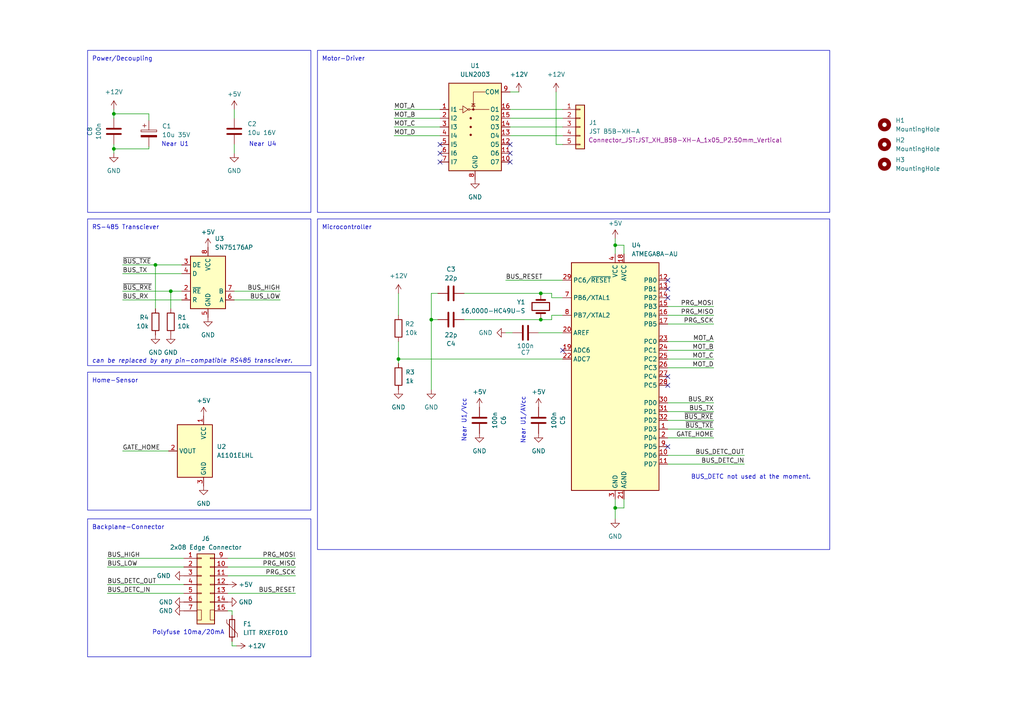
<source format=kicad_sch>
(kicad_sch (version 20231120) (generator "eeschema") (generator_version "8.0")
  (paper "A4")
  (title_block (title "Split-Flap Module Controller ") (date "2025-01-10") (rev "1") (company "Dennis Gunia www.dennisgunia.de") (comment 1 "Rev1 replaced U1 with dip variant"))
  (lib_symbols
    (symbol "Connector_Generic:Conn_01x05" (pin_names (offset 1.016) hide)
      (property "Reference" "J" (at 0 7.62 0))
      (property "Value" "Conn_01x05" (at 0 -7.62 0))
      (symbol "Conn_01x05_1_1"
        (rectangle (start -1.27 -4.953) (end 0 -5.207) (stroke (width 0.1524)))
        (rectangle (start -1.27 -2.413) (end 0 -2.667) (stroke (width 0.1524)))
        (rectangle (start -1.27 0.127) (end 0 -0.127) (stroke (width 0.1524)))
        (rectangle (start -1.27 2.667) (end 0 2.413) (stroke (width 0.1524)))
        (rectangle (start -1.27 5.207) (end 0 4.953) (stroke (width 0.1524)))
        (rectangle (start -1.27 6.35) (end 1.27 -6.35) (stroke (width 0.254)) (fill (type background)))
        (pin passive line (at -5.08 5.08 0) (length 3.81) (name "Pin_1") (number "1"))
        (pin passive line (at -5.08 2.54 0) (length 3.81) (name "Pin_2") (number "2"))
        (pin passive line (at -5.08 0 0) (length 3.81) (name "Pin_3") (number "3"))
        (pin passive line (at -5.08 -2.54 0) (length 3.81) (name "Pin_4") (number "4"))
        (pin passive line (at -5.08 -5.08 0) (length 3.81) (name "Pin_5") (number "5"))
      )
    )
    (symbol "Connector_Generic:Conn_02x08_Top_Bottom" (pin_names (offset 1.016) hide)
      (property "Reference" "J6" (at 1.27 13.335 0))
      (property "Value" "2x08 Edge Connector" (at 1.27 10.795 0))
      (symbol "Conn_02x08_Top_Bottom_1_1"
        (rectangle (start -1.27 -7.366) (end 0 -10.287) (stroke (width 0.1524)))
        (rectangle (start -1.27 -4.953) (end 0 -5.207) (stroke (width 0.1524)))
        (rectangle (start -1.27 -2.413) (end 0 -2.667) (stroke (width 0.1524)))
        (rectangle (start -1.27 0.127) (end 0 -0.127) (stroke (width 0.1524)))
        (rectangle (start -1.27 2.667) (end 0 2.413) (stroke (width 0.1524)))
        (rectangle (start -1.27 5.207) (end 0 4.953) (stroke (width 0.1524)))
        (rectangle (start -1.27 7.747) (end 0 7.493) (stroke (width 0.1524)))
        (rectangle (start -1.27 8.89) (end 3.81 -11.43) (stroke (width 0.254)) (fill (type background)))
        (rectangle (start 2.54 -7.366) (end 3.81 -10.287) (stroke (width 0.1524)))
        (rectangle (start 3.81 -4.953) (end 2.54 -5.207) (stroke (width 0.1524)))
        (rectangle (start 3.81 -2.413) (end 2.54 -2.667) (stroke (width 0.1524)))
        (rectangle (start 3.81 0.127) (end 2.54 -0.127) (stroke (width 0.1524)))
        (rectangle (start 3.81 2.667) (end 2.54 2.413) (stroke (width 0.1524)))
        (rectangle (start 3.81 5.207) (end 2.54 4.953) (stroke (width 0.1524)))
        (rectangle (start 3.81 7.747) (end 2.54 7.493) (stroke (width 0.1524)))
        (pin passive line (at -5.08 7.62 0) (length 3.81) (name "Pin_1") (number "1"))
        (pin passive line (at 7.62 5.08 180) (length 3.81) (name "Pin_10") (number "10"))
        (pin passive line (at 7.62 2.54 180) (length 3.81) (name "Pin_11") (number "11"))
        (pin passive line (at 7.62 0 180) (length 3.81) (name "Pin_12") (number "12"))
        (pin passive line (at 7.62 -2.54 180) (length 3.81) (name "Pin_13") (number "13"))
        (pin passive line (at 7.62 -5.08 180) (length 3.81) (name "Pin_14") (number "14"))
        (pin passive line (at 7.62 -7.62 180) (length 3.81) (name "Pin_15") (number "15"))
        (pin no_connect line (at 7.62 -10.16 180) (length 3.81) hide (name "Pin_16") (number "16"))
        (pin passive line (at -5.08 5.08 0) (length 3.81) (name "Pin_2") (number "2"))
        (pin passive line (at -5.08 2.54 0) (length 3.81) (name "Pin_3") (number "3"))
        (pin passive line (at -5.08 0 0) (length 3.81) (name "Pin_4") (number "4"))
        (pin passive line (at -5.08 -2.54 0) (length 3.81) (name "Pin_5") (number "5"))
        (pin passive line (at -5.08 -5.08 0) (length 3.81) (name "Pin_6") (number "6"))
        (pin passive line (at -5.08 -7.62 0) (length 3.81) (name "Pin_7") (number "7"))
        (pin no_connect line (at -5.08 -10.16 0) (length 3.81) hide (name "Pin_8") (number "8"))
        (pin passive line (at 7.62 7.62 180) (length 3.81) (name "Pin_9") (number "9"))
      )
    )
    (symbol "Device:C" (pin_numbers hide) (pin_names (offset 0.254))
      (property "Reference" "C" (at 0.635 2.54 0))
      (property "Value" "C" (at 0.635 -2.54 0))
      (symbol "C_0_1"
        (polyline (pts (xy -2.032 -0.762) (xy 2.032 -0.762)) (stroke (width 0.508)))
        (polyline (pts (xy -2.032 0.762) (xy 2.032 0.762)) (stroke (width 0.508)))
      )
      (symbol "C_1_1"
        (pin passive line (at 0 3.81 270) (length 2.794) (name "~") (number "1"))
        (pin passive line (at 0 -3.81 90) (length 2.794) (name "~") (number "2"))
      )
    )
    (symbol "Device:C_Polarized" (pin_numbers hide) (pin_names (offset 0.254))
      (property "Reference" "C" (at 0.635 2.54 0))
      (property "Value" "C_Polarized" (at 0.635 -2.54 0))
      (symbol "C_Polarized_0_1"
        (rectangle (start -2.286 0.508) (end 2.286 1.016))
        (polyline (pts (xy -1.778 2.286) (xy -0.762 2.286)))
        (polyline (pts (xy -1.27 2.794) (xy -1.27 1.778)))
        (rectangle (start 2.286 -0.508) (end -2.286 -1.016) (fill (type outline)))
      )
      (symbol "C_Polarized_1_1"
        (pin passive line (at 0 3.81 270) (length 2.794) (name "~") (number "1"))
        (pin passive line (at 0 -3.81 90) (length 2.794) (name "~") (number "2"))
      )
    )
    (symbol "Device:Crystal" (pin_numbers hide) (pin_names (offset 1.016) hide)
      (property "Reference" "Y" (at 0 3.81 0))
      (property "Value" "Crystal" (at 0 -3.81 0))
      (symbol "Crystal_0_1"
        (rectangle (start -1.143 2.54) (end 1.143 -2.54) (stroke (width 0.3048)))
        (polyline (pts (xy -2.54 0) (xy -1.905 0)))
        (polyline (pts (xy -1.905 -1.27) (xy -1.905 1.27)) (stroke (width 0.508)))
        (polyline (pts (xy 1.905 -1.27) (xy 1.905 1.27)) (stroke (width 0.508)))
        (polyline (pts (xy 2.54 0) (xy 1.905 0)))
      )
      (symbol "Crystal_1_1"
        (pin passive line (at -3.81 0 0) (length 1.27) (name "1") (number "1"))
        (pin passive line (at 3.81 0 180) (length 1.27) (name "2") (number "2"))
      )
    )
    (symbol "Device:Polyfuse" (pin_numbers hide) (pin_names (offset 0))
      (property "Reference" "F" (at -2.54 0 90))
      (property "Value" "Polyfuse" (at 2.54 0 90))
      (symbol "Polyfuse_0_1"
        (rectangle (start -0.762 2.54) (end 0.762 -2.54) (stroke (width 0.254)))
        (polyline (pts (xy 0 2.54) (xy 0 -2.54)))
        (polyline (pts (xy -1.524 2.54) (xy -1.524 1.524) (xy 1.524 -1.524) (xy 1.524 -2.54)))
      )
      (symbol "Polyfuse_1_1"
        (pin passive line (at 0 3.81 270) (length 1.27) (name "~") (number "1"))
        (pin passive line (at 0 -3.81 90) (length 1.27) (name "~") (number "2"))
      )
    )
    (symbol "Device:R" (pin_numbers hide) (pin_names (offset 0))
      (property "Reference" "R" (at 2.032 0 90))
      (property "Value" "R" (at 0 0 90))
      (symbol "R_0_1"
        (rectangle (start -1.016 -2.54) (end 1.016 2.54) (stroke (width 0.254)))
      )
      (symbol "R_1_1"
        (pin passive line (at 0 3.81 270) (length 1.27) (name "~") (number "1"))
        (pin passive line (at 0 -3.81 90) (length 1.27) (name "~") (number "2"))
      )
    )
    (symbol "Interface_UART:SN75176AP"
      (property "Reference" "U" (at -4.318 8.89 0))
      (property "Value" "SN75176AP" (at 1.016 8.89 0))
      (symbol "SN75176AP_0_1"
        (rectangle (start -5.08 7.62) (end 5.08 -7.62) (stroke (width 0.254)) (fill (type background)))
      )
      (symbol "SN75176AP_1_1"
        (pin output line (at -7.62 -5.08 0) (length 2.54) (name "R") (number "1"))
        (pin input line (at -7.62 -2.54 0) (length 2.54) (name "~{RE}") (number "2"))
        (pin input line (at -7.62 5.08 0) (length 2.54) (name "DE") (number "3"))
        (pin input line (at -7.62 2.54 0) (length 2.54) (name "D") (number "4"))
        (pin power_in line (at 0 -10.16 90) (length 2.54) (name "GND") (number "5"))
        (pin bidirectional line (at 7.62 -5.08 180) (length 2.54) (name "A") (number "6"))
        (pin bidirectional line (at 7.62 -2.54 180) (length 2.54) (name "B") (number "7"))
        (pin power_in line (at 0 10.16 270) (length 2.54) (name "VCC") (number "8"))
      )
    )
    (symbol "MCU_Microchip_ATmega:ATmega8A-A"
      (property "Reference" "U" (at -12.7 34.29 0))
      (property "Value" "ATmega8A-A" (at 5.08 -34.29 0))
      (symbol "ATmega8A-A_0_1"
        (rectangle (start -12.7 -33.02) (end 12.7 33.02) (stroke (width 0.254)) (fill (type background)))
      )
      (symbol "ATmega8A-A_1_1"
        (pin bidirectional line (at 15.24 -15.24 180) (length 2.54) (name "PD3") (number "1"))
        (pin bidirectional line (at 15.24 -22.86 180) (length 2.54) (name "PD6") (number "10"))
        (pin bidirectional line (at 15.24 -25.4 180) (length 2.54) (name "PD7") (number "11"))
        (pin bidirectional line (at 15.24 27.94 180) (length 2.54) (name "PB0") (number "12"))
        (pin bidirectional line (at 15.24 25.4 180) (length 2.54) (name "PB1") (number "13"))
        (pin bidirectional line (at 15.24 22.86 180) (length 2.54) (name "PB2") (number "14"))
        (pin bidirectional line (at 15.24 20.32 180) (length 2.54) (name "PB3") (number "15"))
        (pin bidirectional line (at 15.24 17.78 180) (length 2.54) (name "PB4") (number "16"))
        (pin bidirectional line (at 15.24 15.24 180) (length 2.54) (name "PB5") (number "17"))
        (pin power_in line (at 2.54 35.56 270) (length 2.54) (name "AVCC") (number "18"))
        (pin input line (at -15.24 7.62 0) (length 2.54) (name "ADC6") (number "19"))
        (pin bidirectional line (at 15.24 -17.78 180) (length 2.54) (name "PD4") (number "2"))
        (pin passive line (at -15.24 12.7 0) (length 2.54) (name "AREF") (number "20"))
        (pin power_in line (at 2.54 -35.56 90) (length 2.54) (name "AGND") (number "21"))
        (pin input line (at -15.24 5.08 0) (length 2.54) (name "ADC7") (number "22"))
        (pin bidirectional line (at 15.24 10.16 180) (length 2.54) (name "PC0") (number "23"))
        (pin bidirectional line (at 15.24 7.62 180) (length 2.54) (name "PC1") (number "24"))
        (pin bidirectional line (at 15.24 5.08 180) (length 2.54) (name "PC2") (number "25"))
        (pin bidirectional line (at 15.24 2.54 180) (length 2.54) (name "PC3") (number "26"))
        (pin bidirectional line (at 15.24 0 180) (length 2.54) (name "PC4") (number "27"))
        (pin bidirectional line (at 15.24 -2.54 180) (length 2.54) (name "PC5") (number "28"))
        (pin bidirectional line (at -15.24 27.94 0) (length 2.54) (name "PC6/~{RESET}") (number "29"))
        (pin power_in line (at 0 -35.56 90) (length 2.54) (name "GND") (number "3"))
        (pin bidirectional line (at 15.24 -7.62 180) (length 2.54) (name "PD0") (number "30"))
        (pin bidirectional line (at 15.24 -10.16 180) (length 2.54) (name "PD1") (number "31"))
        (pin bidirectional line (at 15.24 -12.7 180) (length 2.54) (name "PD2") (number "32"))
        (pin power_in line (at 0 35.56 270) (length 2.54) (name "VCC") (number "4"))
        (pin passive line (at 0 -35.56 90) (length 2.54) hide (name "GND") (number "5"))
        (pin passive line (at 0 35.56 270) (length 2.54) hide (name "VCC") (number "6"))
        (pin bidirectional line (at -15.24 22.86 0) (length 2.54) (name "PB6/XTAL1") (number "7"))
        (pin bidirectional line (at -15.24 17.78 0) (length 2.54) (name "PB7/XTAL2") (number "8"))
        (pin bidirectional line (at 15.24 -20.32 180) (length 2.54) (name "PD5") (number "9"))
      )
    )
    (symbol "Mechanical:MountingHole" (pin_names (offset 1.016))
      (property "Reference" "H" (at 0 5.08 0))
      (property "Value" "MountingHole" (at 0 3.175 0))
      (symbol "MountingHole_0_1"
        (circle (center 0 0) (radius 1.27) (stroke (width 1.27)))
      )
    )
    (symbol "Sensor_Magnetic:A1101ELHL"
      (property "Reference" "U" (at 0 11.43 0))
      (property "Value" "A1101ELHL" (at 0 8.89 0))
      (symbol "A1101ELHL_0_1"
        (rectangle (start -5.08 7.62) (end 5.08 -7.62) (stroke (width 0.254)) (fill (type background)))
      )
      (symbol "A1101ELHL_1_1"
        (pin power_in line (at -2.54 10.16 270) (length 2.54) (name "VCC") (number "1"))
        (pin open_collector line (at 7.62 0 180) (length 2.54) (name "VOUT") (number "2"))
        (pin power_in line (at -2.54 -10.16 90) (length 2.54) (name "GND") (number "3"))
      )
    )
    (symbol "Transistor_Array:ULN2003"
      (property "Reference" "U" (at 0 15.875 0))
      (property "Value" "ULN2003" (at 0 13.97 0))
      (symbol "ULN2003_0_1"
        (rectangle (start -7.62 -12.7) (end 7.62 12.7) (stroke (width 0.254)) (fill (type background)))
        (circle (center -1.778 5.08) (radius 0.254))
        (circle (center -1.27 -2.286) (radius 0.254) (fill (type outline)))
        (circle (center -1.27 0) (radius 0.254) (fill (type outline)))
        (circle (center -1.27 2.54) (radius 0.254) (fill (type outline)))
        (circle (center -0.508 5.08) (radius 0.254) (fill (type outline)))
        (polyline (pts (xy -4.572 5.08) (xy -3.556 5.08)))
        (polyline (pts (xy -1.524 5.08) (xy 4.064 5.08)))
        (polyline (pts (xy 0 6.731) (xy -1.016 6.731)))
        (polyline (pts (xy -0.508 5.08) (xy -0.508 10.16) (xy 2.921 10.16)))
        (polyline (pts (xy -3.556 6.096) (xy -3.556 4.064) (xy -2.032 5.08) (xy -3.556 6.096)))
        (polyline (pts (xy 0 5.969) (xy -1.016 5.969) (xy -0.508 6.731) (xy 0 5.969)))
      )
      (symbol "ULN2003_1_1"
        (pin input line (at -10.16 5.08 0) (length 2.54) (name "I1") (number "1"))
        (pin open_collector line (at 10.16 -10.16 180) (length 2.54) (name "O7") (number "10"))
        (pin open_collector line (at 10.16 -7.62 180) (length 2.54) (name "O6") (number "11"))
        (pin open_collector line (at 10.16 -5.08 180) (length 2.54) (name "O5") (number "12"))
        (pin open_collector line (at 10.16 -2.54 180) (length 2.54) (name "O4") (number "13"))
        (pin open_collector line (at 10.16 0 180) (length 2.54) (name "O3") (number "14"))
        (pin open_collector line (at 10.16 2.54 180) (length 2.54) (name "O2") (number "15"))
        (pin open_collector line (at 10.16 5.08 180) (length 2.54) (name "O1") (number "16"))
        (pin input line (at -10.16 2.54 0) (length 2.54) (name "I2") (number "2"))
        (pin input line (at -10.16 0 0) (length 2.54) (name "I3") (number "3"))
        (pin input line (at -10.16 -2.54 0) (length 2.54) (name "I4") (number "4"))
        (pin input line (at -10.16 -5.08 0) (length 2.54) (name "I5") (number "5"))
        (pin input line (at -10.16 -7.62 0) (length 2.54) (name "I6") (number "6"))
        (pin input line (at -10.16 -10.16 0) (length 2.54) (name "I7") (number "7"))
        (pin power_in line (at 0 -15.24 90) (length 2.54) (name "GND") (number "8"))
        (pin passive line (at 10.16 10.16 180) (length 2.54) (name "COM") (number "9"))
      )
    )
    (symbol "power:+12V" (power) (pin_names (offset 0))
      (property "Value" "+12V" (at 0 3.556 0))
      (symbol "+12V_0_1"
        (polyline (pts (xy -0.762 1.27) (xy 0 2.54)))
        (polyline (pts (xy 0 0) (xy 0 2.54)))
        (polyline (pts (xy 0 2.54) (xy 0.762 1.27)))
      )
      (symbol "+12V_1_1"
        (pin power_in line (at 0 0 90) (length 0) hide (name "+12V") (number "1"))
      )
    )
    (symbol "power:+5V" (power) (pin_names (offset 0))
      (property "Value" "+5V" (at 0 3.556 0))
      (symbol "+5V_0_1"
        (polyline (pts (xy -0.762 1.27) (xy 0 2.54)))
        (polyline (pts (xy 0 0) (xy 0 2.54)))
        (polyline (pts (xy 0 2.54) (xy 0.762 1.27)))
      )
      (symbol "+5V_1_1"
        (pin power_in line (at 0 0 90) (length 0) hide (name "+5V") (number "1"))
      )
    )
    (symbol "power:GND" (power) (pin_names (offset 0))
      (property "Value" "GND" (at 0 -3.81 0))
      (symbol "GND_0_1"
        (polyline (pts (xy 0 0) (xy 0 -1.27) (xy 1.27 -1.27) (xy 0 -2.54) (xy -1.27 -1.27) (xy 0 -1.27)))
      )
      (symbol "GND_1_1"
        (pin power_in line (at 0 0 270) (length 0) hide (name "GND") (number "1"))
      )
    )
  )
  (junction (at 45.085 76.835))
  (junction (at 125.095 92.71))
  (junction (at 156.845 92.71))
  (junction (at 33.02 43.18))
  (junction (at 156.845 85.09))
  (junction (at 49.53 84.455))
  (junction (at 115.57 104.14))
  (junction (at 178.435 71.12))
  (junction (at 178.435 147.32))
  (junction (at 33.02 33.02))
  (no_connect (at 163.195 101.6))
  (no_connect (at 193.675 81.28))
  (no_connect (at 147.955 41.91))
  (no_connect (at 193.675 86.36))
  (no_connect (at 147.955 44.45))
  (no_connect (at 193.675 129.54))
  (no_connect (at 193.675 111.76))
  (no_connect (at 193.675 109.22))
  (no_connect (at 127.635 46.99))
  (no_connect (at 127.635 44.45))
  (no_connect (at 127.635 41.91))
  (no_connect (at 147.955 46.99))
  (no_connect (at 193.675 83.82))
  (wire (pts (xy 178.435 147.32) (xy 178.435 144.78)))
  (wire (pts (xy 35.56 84.455) (xy 49.53 84.455)))
  (wire (pts (xy 193.675 106.68) (xy 207.01 106.68)))
  (wire (pts (xy 193.675 91.44) (xy 207.01 91.44)))
  (wire (pts (xy 193.675 88.9) (xy 207.01 88.9)))
  (wire (pts (xy 53.34 172.085) (xy 31.115 172.085)))
  (wire (pts (xy 193.675 134.62) (xy 215.9 134.62)))
  (wire (pts (xy 160.02 86.36) (xy 163.195 86.36)))
  (wire (pts (xy 45.085 89.535) (xy 45.085 76.835)))
  (wire (pts (xy 178.435 147.32) (xy 180.975 147.32)))
  (wire (pts (xy 134.62 85.09) (xy 156.845 85.09)))
  (wire (pts (xy 33.02 41.91) (xy 33.02 43.18)))
  (wire (pts (xy 146.685 81.28) (xy 163.195 81.28)))
  (wire (pts (xy 160.02 92.71) (xy 160.02 91.44)))
  (wire (pts (xy 67.31 187.325) (xy 68.58 187.325)))
  (wire (pts (xy 33.02 34.29) (xy 33.02 33.02)))
  (wire (pts (xy 193.675 93.98) (xy 207.01 93.98)))
  (wire (pts (xy 127.635 36.83) (xy 114.3 36.83)))
  (wire (pts (xy 67.31 177.165) (xy 67.31 178.435)))
  (wire (pts (xy 49.53 84.455) (xy 49.53 89.535)))
  (wire (pts (xy 160.02 91.44) (xy 163.195 91.44)))
  (wire (pts (xy 67.945 84.455) (xy 81.28 84.455)))
  (wire (pts (xy 52.705 86.995) (xy 35.56 86.995)))
  (wire (pts (xy 66.04 177.165) (xy 67.31 177.165)))
  (wire (pts (xy 43.18 42.545) (xy 43.18 43.18)))
  (wire (pts (xy 127.635 34.29) (xy 114.3 34.29)))
  (wire (pts (xy 66.04 172.085) (xy 85.725 172.085)))
  (wire (pts (xy 161.29 41.91) (xy 163.195 41.91)))
  (wire (pts (xy 115.57 105.41) (xy 115.57 104.14)))
  (wire (pts (xy 180.975 71.12) (xy 178.435 71.12)))
  (wire (pts (xy 31.115 164.465) (xy 53.34 164.465)))
  (wire (pts (xy 67.945 31.75) (xy 67.945 34.29)))
  (wire (pts (xy 66.04 164.465) (xy 85.725 164.465)))
  (wire (pts (xy 178.435 71.12) (xy 178.435 73.66)))
  (wire (pts (xy 148.59 96.52) (xy 146.685 96.52)))
  (wire (pts (xy 147.955 39.37) (xy 163.195 39.37)))
  (wire (pts (xy 67.31 186.055) (xy 67.31 187.325)))
  (wire (pts (xy 115.57 85.09) (xy 115.57 91.44)))
  (wire (pts (xy 180.975 73.66) (xy 180.975 71.12)))
  (wire (pts (xy 147.955 26.67) (xy 150.495 26.67)))
  (wire (pts (xy 115.57 104.14) (xy 115.57 99.06)))
  (wire (pts (xy 156.845 85.09) (xy 160.02 85.09)))
  (wire (pts (xy 43.18 33.02) (xy 33.02 33.02)))
  (wire (pts (xy 134.62 92.71) (xy 156.845 92.71)))
  (wire (pts (xy 127 85.09) (xy 125.095 85.09)))
  (wire (pts (xy 35.56 76.835) (xy 45.085 76.835)))
  (wire (pts (xy 178.435 150.495) (xy 178.435 147.32)))
  (wire (pts (xy 193.675 101.6) (xy 207.01 101.6)))
  (wire (pts (xy 125.095 85.09) (xy 125.095 92.71)))
  (wire (pts (xy 193.675 116.84) (xy 207.01 116.84)))
  (wire (pts (xy 127.635 39.37) (xy 114.3 39.37)))
  (wire (pts (xy 33.02 43.18) (xy 33.02 44.45)))
  (wire (pts (xy 53.34 169.545) (xy 31.115 169.545)))
  (wire (pts (xy 33.02 43.18) (xy 43.18 43.18)))
  (wire (pts (xy 147.955 34.29) (xy 163.195 34.29)))
  (wire (pts (xy 193.675 104.14) (xy 207.01 104.14)))
  (wire (pts (xy 66.04 161.925) (xy 85.725 161.925)))
  (wire (pts (xy 43.18 34.925) (xy 43.18 33.02)))
  (wire (pts (xy 193.675 119.38) (xy 207.01 119.38)))
  (wire (pts (xy 156.21 96.52) (xy 163.195 96.52)))
  (wire (pts (xy 180.975 144.78) (xy 180.975 147.32)))
  (wire (pts (xy 66.04 167.005) (xy 85.725 167.005)))
  (wire (pts (xy 115.57 104.14) (xy 163.195 104.14)))
  (wire (pts (xy 52.705 79.375) (xy 35.56 79.375)))
  (wire (pts (xy 67.945 86.995) (xy 81.28 86.995)))
  (wire (pts (xy 127.635 31.75) (xy 114.3 31.75)))
  (wire (pts (xy 67.945 41.91) (xy 67.945 44.45)))
  (wire (pts (xy 193.675 124.46) (xy 207.01 124.46)))
  (wire (pts (xy 125.095 92.71) (xy 125.095 113.03)))
  (wire (pts (xy 193.675 99.06) (xy 207.01 99.06)))
  (wire (pts (xy 161.29 26.67) (xy 161.29 41.91)))
  (wire (pts (xy 160.02 85.09) (xy 160.02 86.36)))
  (wire (pts (xy 52.705 84.455) (xy 49.53 84.455)))
  (wire (pts (xy 33.02 31.75) (xy 33.02 33.02)))
  (wire (pts (xy 156.845 92.71) (xy 160.02 92.71)))
  (wire (pts (xy 178.435 69.215) (xy 178.435 71.12)))
  (wire (pts (xy 193.675 132.08) (xy 215.9 132.08)))
  (wire (pts (xy 45.085 76.835) (xy 52.705 76.835)))
  (wire (pts (xy 53.34 161.925) (xy 31.115 161.925)))
  (wire (pts (xy 193.675 121.92) (xy 207.01 121.92)))
  (wire (pts (xy 147.955 31.75) (xy 163.195 31.75)))
  (wire (pts (xy 147.955 36.83) (xy 163.195 36.83)))
  (wire (pts (xy 127 92.71) (xy 125.095 92.71)))
  (wire (pts (xy 48.895 130.81) (xy 35.56 130.81)))
  (wire (pts (xy 193.675 127) (xy 207.01 127)))
  (rectangle (start 92.075 14.605) (end 240.665 61.595))
  (rectangle (start 25.4 107.95) (end 90.17 147.955))
  (rectangle (start 25.4 63.5) (end 90.17 106.045))
  (rectangle (start 92.075 63.5) (end 240.665 159.385))
  (rectangle (start 25.4 150.495) (end 90.17 190.5))
  (rectangle (start 25.4 14.605) (end 90.17 61.595))
  (text "Motor-Driver\n" (at 93.345 17.145 0) (effects (font (size 1.27 1.27)) (justify left)))
  (text "RS-485 Transciever" (at 26.67 66.04 0) (effects (font (size 1.27 1.27)) (justify left)))
  (text "Power/Decoupling\n" (at 26.67 17.145 0) (effects (font (size 1.27 1.27)) (justify left)))
  (text "Polyfuse 10ma/20mA" (at 54.61 183.515 0) (effects (font (size 1.27 1.27))))
  (text "Home-Sensor" (at 26.67 110.49 0) (effects (font (size 1.27 1.27)) (justify left)))
  (text "Backplane-Connector" (at 26.67 153.035 0) (effects (font (size 1.27 1.27)) (justify left)))
  (text "BUS_DETC not used at the moment." (at 217.805 138.43 0) (effects (font (size 1.27 1.27))))
  (text "Near U1\n" (at 50.8 41.91 0) (effects (font (size 1.27 1.27))))
  (text "can be replaced by any pin-compatible RS485 transciever." (at 26.67 104.775 0) (effects (font (size 1.27 1.27) (italic yes)) (justify left)))
  (text "Near U1/AVcc" (at 151.765 121.92 90) (effects (font (size 1.27 1.27))))
  (text "Near U1/Vcc" (at 134.62 121.92 90) (effects (font (size 1.27 1.27))))
  (text "Microcontroller" (at 93.345 66.04 0) (effects (font (size 1.27 1.27)) (justify left)))
  (text "Near U4\n" (at 76.2 41.91 0) (effects (font (size 1.27 1.27))))
  (label "BUS_TX" (at 35.56 79.375 0))
  (label "MOT_A" (at 114.3 31.75 0))
  (label "MOT_C" (at 207.01 104.14 180))
  (label "BUS_RESET" (at 85.725 172.085 180))
  (label "BUS_RX" (at 207.01 116.84 180))
  (label "GATE_HOME" (at 207.01 127 180))
  (label "MOT_C" (at 114.3 36.83 0))
  (label "MOT_D" (at 114.3 39.37 0))
  (label "MOT_A" (at 207.01 99.06 180))
  (label "BUS_RX" (at 35.56 86.995 0))
  (label "BUS_DETC_OUT" (at 31.115 169.545 0))
  (label "PRG_SCK" (at 207.01 93.98 180))
  (label "BUS_HIGH" (at 81.28 84.455 180))
  (label "MOT_D" (at 207.01 106.68 180))
  (label "PRG_MISO" (at 207.01 91.44 180))
  (label "BUS_HIGH" (at 31.115 161.925 0))
  (label "BUS_DETC_IN" (at 215.9 134.62 180))
  (label "MOT_B" (at 114.3 34.29 0))
  (label "GATE_HOME" (at 35.56 130.81 0))
  (label "PRG_MISO" (at 85.725 164.465 180))
  (label "BUS_RESET" (at 146.685 81.28 0))
  (label "MOT_B" (at 207.01 101.6 180))
  (label "~{BUS_TXE}" (at 207.01 124.46 180))
  (label "PRG_MOSI" (at 85.725 161.925 180))
  (label "~{BUS_TXE}" (at 35.56 76.835 0))
  (label "~{BUS_RXE}" (at 207.01 121.92 180))
  (label "BUS_LOW" (at 81.28 86.995 180))
  (label "~{BUS_RXE}" (at 35.56 84.455 0))
  (label "BUS_LOW" (at 31.115 164.465 0))
  (label "BUS_DETC_OUT" (at 215.9 132.08 180))
  (label "PRG_MOSI" (at 207.01 88.9 180))
  (label "BUS_DETC_IN" (at 31.115 172.085 0))
  (label "BUS_TX" (at 207.01 119.38 180))
  (label "PRG_SCK" (at 85.725 167.005 180))
  (symbol (lib_id "power:+5V") (at 67.945 31.75 0) (unit 1)
    (property "Reference" "#PWR08" (effects (hide yes)))
    (property "Value" "+5V" (at 67.945 27.305 0))
  )
  (symbol (lib_id "power:+12V") (at 115.57 85.09 0) (mirror y) (unit 1)
    (property "Reference" "#PWR028" (effects (hide yes)))
    (property "Value" "+12V" (at 115.57 80.01 0))
  )
  (symbol (lib_id "Device:Polyfuse") (at 67.31 182.245 0) (unit 1)
    (property "Reference" "F1" (at 70.485 180.975 0) (effects (justify left)))
    (property "Value" "LITT RXEF010" (at 70.485 183.515 0) (effects (justify left)))
    (property "Footprint" "Capacitor_THT:C_Disc_D7.5mm_W2.5mm_P5.00mm" (effects (hide yes)))
  )
  (symbol (lib_id "Device:C") (at 156.21 121.92 0) (mirror x) (unit 1)
    (property "Reference" "C5" (at 163.195 121.92 90))
    (property "Value" "100n" (at 160.655 121.92 90))
    (property "Footprint" "Capacitor_SMD:C_0805_2012Metric" (effects (hide yes)))
  )
  (symbol (lib_id "Sensor_Magnetic:A1101ELHL") (at 56.515 130.81 0) (mirror y) (unit 1)
    (property "Reference" "U2" (at 62.865 129.54 0) (effects (justify right)))
    (property "Value" "A1101ELHL" (at 62.865 132.08 0) (effects (justify right)))
    (property "Footprint" "Package_TO_SOT_SMD:SOT-23W" (effects (hide yes)))
    (property "Datasheet" "https://www.allegromicro.com/-/media/files/datasheets/a110x-datasheet.ashx" (effects (hide yes)))
  )
  (symbol (lib_id "Device:C_Polarized") (at 43.18 38.735 0) (unit 1)
    (property "Reference" "C1" (at 46.99 36.576 0) (effects (justify left)))
    (property "Value" "10u 35V" (at 46.99 39.116 0) (effects (justify left)))
    (property "Footprint" "Capacitor_THT:CP_Radial_D6.3mm_P2.50mm" (effects (hide yes)))
  )
  (symbol (lib_id "Connector_Generic:Conn_01x05") (at 168.275 36.83 0) (unit 1)
    (property "Reference" "J1" (at 170.815 35.56 0) (effects (justify left)))
    (property "Value" "JST B5B-XH-A" (at 170.815 38.1 0) (effects (justify left)))
    (property "Footprint" "Connector_JST:JST_XH_B5B-XH-A_1x05_P2.50mm_Vertical" (at 198.755 40.64 0))
  )
  (symbol (lib_id "power:+5V") (at 66.04 169.545 270) (unit 1)
    (property "Reference" "#PWR019" (effects (hide yes)))
    (property "Value" "+5V" (at 69.215 169.545 90) (effects (justify left)))
  )
  (symbol (lib_id "Device:R") (at 115.57 95.25 0) (unit 1)
    (property "Reference" "R2" (at 117.475 93.98 0) (effects (justify left)))
    (property "Value" "10k" (at 117.475 96.52 0) (effects (justify left)))
    (property "Footprint" "Resistor_SMD:R_0805_2012Metric" (effects (hide yes)))
  )
  (symbol (lib_id "power:GND") (at 139.065 125.73 0) (mirror y) (unit 1)
    (property "Reference" "#PWR027" (effects (hide yes)))
    (property "Value" "GND" (at 139.065 130.81 0))
  )
  (symbol (lib_id "power:+12V") (at 150.495 26.67 0) (unit 1)
    (property "Reference" "#PWR02" (effects (hide yes)))
    (property "Value" "+12V" (at 150.495 21.59 0))
  )
  (symbol (lib_id "power:GND") (at 66.04 174.625 90) (unit 1)
    (property "Reference" "#PWR022" (effects (hide yes)))
    (property "Value" "GND" (at 69.215 174.625 90) (effects (justify right)))
  )
  (symbol (lib_id "power:GND") (at 60.325 92.075 0) (mirror y) (unit 1)
    (property "Reference" "#PWR010" (effects (hide yes)))
    (property "Value" "GND" (at 60.325 97.155 0))
  )
  (symbol (lib_id "power:+12V") (at 161.29 26.67 0) (unit 1)
    (property "Reference" "#PWR01" (effects (hide yes)))
    (property "Value" "+12V" (at 161.29 21.59 0))
  )
  (symbol (lib_id "power:+5V") (at 60.325 71.755 0) (unit 1)
    (property "Reference" "#PWR09" (effects (hide yes)))
    (property "Value" "+5V" (at 60.325 67.31 0))
  )
  (symbol (lib_id "power:GND") (at 53.34 167.005 270) (unit 1)
    (property "Reference" "#PWR023" (effects (hide yes)))
    (property "Value" "GND" (at 49.53 167.005 90) (effects (justify right)))
  )
  (symbol (lib_id "power:GND") (at 33.02 44.45 0) (mirror y) (unit 1)
    (property "Reference" "#PWR05" (effects (hide yes)))
    (property "Value" "GND" (at 33.02 49.53 0))
  )
  (symbol (lib_id "power:GND") (at 146.685 96.52 270) (mirror x) (unit 1)
    (property "Reference" "#PWR014" (effects (hide yes)))
    (property "Value" "GND" (at 142.875 96.5199 90) (effects (justify right)))
  )
  (symbol (lib_id "Device:R") (at 115.57 109.22 0) (unit 1)
    (property "Reference" "R3" (at 117.602 107.9499 0) (effects (justify left)))
    (property "Value" "1k" (at 117.602 110.4899 0) (effects (justify left)))
    (property "Footprint" "Resistor_SMD:R_0805_2012Metric" (effects (hide yes)))
  )
  (symbol (lib_id "Connector_Generic:Conn_02x08_Top_Bottom") (at 58.42 169.545 0) (unit 1)
    (property "Reference" "J6" (at 59.69 156.21 0))
    (property "Value" "2x08 Edge Connector" (at 59.69 158.75 0))
    (property "Footprint" "Dennis:Card Edge 16 power" (effects (hide yes)))
  )
  (symbol (lib_id "Device:C") (at 67.945 38.1 0) (unit 1)
    (property "Reference" "C2" (at 71.755 35.941 0) (effects (justify left)))
    (property "Value" "10u 16V" (at 71.755 38.481 0) (effects (justify left)))
    (property "Footprint" "Capacitor_SMD:C_1206_3216Metric" (effects (hide yes)))
    (property "Description" "Unpolarized capacitor" (effects (hide yes)))
  )
  (symbol (lib_id "Device:R") (at 45.085 93.345 0) (mirror y) (unit 1)
    (property "Reference" "R4" (at 43.18 92.075 0) (effects (justify left)))
    (property "Value" "10k" (at 43.18 94.615 0) (effects (justify left)))
    (property "Footprint" "Resistor_SMD:R_0805_2012Metric" (effects (hide yes)))
  )
  (symbol (lib_id "Mechanical:MountingHole") (at 256.54 47.625 0) (unit 1)
    (property "Reference" "H3" (at 259.715 46.355 0) (effects (justify left)))
    (property "Value" "MountingHole" (at 259.715 48.895 0) (effects (justify left)))
    (property "Footprint" "MountingHole:MountingHole_3.2mm_M3" (effects (hide yes)))
  )
  (symbol (lib_id "MCU_Microchip_ATmega:ATmega8A-A") (at 178.435 109.22 0) (unit 1)
    (property "Reference" "U4" (at 183.1691 71.12 0) (effects (justify left)))
    (property "Value" "ATMEGA8A-AU" (at 183.1691 73.66 0) (effects (justify left)))
    (property "Footprint" "Package_QFP:TQFP-32_7x7mm_P0.8mm" (effects (hide yes)))
    (property "Datasheet" "http://ww1.microchip.com/downloads/en/DeviceDoc/Microchip%208bit%20mcu%20AVR%20ATmega8A%20data%20sheet%2040001974A.pdf" (effects (hide yes)))
  )
  (symbol (lib_id "Device:C") (at 130.81 85.09 90) (unit 1)
    (property "Reference" "C3" (at 130.81 78.105 90))
    (property "Value" "22p" (at 130.81 80.645 90))
    (property "Footprint" "Capacitor_SMD:C_0805_2012Metric" (effects (hide yes)))
  )
  (symbol (lib_id "power:+12V") (at 33.02 31.75 0) (mirror y) (unit 1)
    (property "Reference" "#PWR04" (effects (hide yes)))
    (property "Value" "+12V" (at 33.02 26.67 0))
  )
  (symbol (lib_id "Device:C") (at 130.81 92.71 90) (mirror x) (unit 1)
    (property "Reference" "C4" (at 130.81 99.695 90))
    (property "Value" "22p" (at 130.81 97.155 90))
    (property "Footprint" "Capacitor_SMD:C_0805_2012Metric" (effects (hide yes)))
  )
  (symbol (lib_id "power:GND") (at 59.055 140.97 0) (unit 1)
    (property "Reference" "#PWR012" (effects (hide yes)))
    (property "Value" "GND" (at 59.055 146.05 0))
  )
  (symbol (lib_id "power:GND") (at 45.085 97.155 0) (mirror y) (unit 1)
    (property "Reference" "#PWR030" (effects (hide yes)))
    (property "Value" "GND" (at 45.085 102.235 0))
  )
  (symbol (lib_id "Device:Crystal") (at 156.845 88.9 270) (unit 1)
    (property "Reference" "Y1" (at 152.4 87.63 90) (effects (justify right)))
    (property "Value" "16,0000-HC49U-S" (at 152.4 90.17 90) (effects (justify right)))
    (property "Footprint" "Crystal:Crystal_HC49-U_Vertical" (effects (hide yes)))
  )
  (symbol (lib_id "power:+12V") (at 68.58 187.325 270) (unit 1)
    (property "Reference" "#PWR020" (effects (hide yes)))
    (property "Value" "+12V" (at 71.755 187.325 90) (effects (justify left)))
  )
  (symbol (lib_id "power:+5V") (at 59.055 120.65 0) (unit 1)
    (property "Reference" "#PWR011" (effects (hide yes)))
    (property "Value" "+5V" (at 59.055 116.205 0))
  )
  (symbol (lib_id "power:GND") (at 115.57 113.03 0) (mirror y) (unit 1)
    (property "Reference" "#PWR029" (effects (hide yes)))
    (property "Value" "GND" (at 115.57 118.11 0))
  )
  (symbol (lib_id "power:GND") (at 178.435 150.495 0) (mirror y) (unit 1)
    (property "Reference" "#PWR06" (effects (hide yes)))
    (property "Value" "GND" (at 178.435 155.575 0))
  )
  (symbol (lib_id "Device:C") (at 152.4 96.52 90) (mirror x) (unit 1)
    (property "Reference" "C7" (at 152.4 102.235 90))
    (property "Value" "100n" (at 152.4 100.33 90))
    (property "Footprint" "Capacitor_SMD:C_0805_2012Metric" (effects (hide yes)))
  )
  (symbol (lib_id "Device:C") (at 33.02 38.1 0) (mirror y) (unit 1)
    (property "Reference" "C8" (at 26.035 38.1 90))
    (property "Value" "100n" (at 28.575 38.1 90))
    (property "Footprint" "Capacitor_SMD:C_0805_2012Metric" (effects (hide yes)))
  )
  (symbol (lib_id "power:GND") (at 49.53 97.155 0) (mirror y) (unit 1)
    (property "Reference" "#PWR025" (effects (hide yes)))
    (property "Value" "GND" (at 49.53 102.235 0))
  )
  (symbol (lib_id "Transistor_Array:ULN2003") (at 137.795 36.83 0) (unit 1)
    (property "Reference" "U1" (at 137.795 19.05 0))
    (property "Value" "ULN2003" (at 137.795 21.59 0))
    (property "Footprint" "Package_DIP:DIP-16_W7.62mm" (effects (hide yes)))
    (property "Datasheet" "http://www.ti.com/lit/ds/symlink/uln2003a.pdf" (effects (hide yes)))
  )
  (symbol (lib_id "Interface_UART:SN75176AP") (at 60.325 81.915 0) (unit 1)
    (property "Reference" "U3" (at 62.2809 69.215 0) (effects (justify left)))
    (property "Value" "SN75176AP" (at 62.2809 71.755 0) (effects (justify left)))
    (property "Footprint" "Package_DIP:DIP-8_W7.62mm" (effects (hide yes)))
    (property "Datasheet" "http://www.ti.com/lit/ds/symlink/sn75176a.pdf" (effects (hide yes)))
  )
  (symbol (lib_id "Device:R") (at 49.53 93.345 0) (unit 1)
    (property "Reference" "R1" (at 51.435 92.075 0) (effects (justify left)))
    (property "Value" "10k" (at 51.435 94.615 0) (effects (justify left)))
    (property "Footprint" "Resistor_SMD:R_0805_2012Metric" (effects (hide yes)))
  )
  (symbol (lib_id "power:GND") (at 67.945 44.45 0) (mirror y) (unit 1)
    (property "Reference" "#PWR031" (effects (hide yes)))
    (property "Value" "GND" (at 67.945 49.53 0))
  )
  (symbol (lib_id "Mechanical:MountingHole") (at 256.54 36.195 0) (unit 1)
    (property "Reference" "H1" (at 259.715 34.925 0) (effects (justify left)))
    (property "Value" "MountingHole" (at 259.715 37.465 0) (effects (justify left)))
    (property "Footprint" "MountingHole:MountingHole_3.2mm_M3" (effects (hide yes)))
  )
  (symbol (lib_id "Device:C") (at 139.065 121.92 0) (mirror x) (unit 1)
    (property "Reference" "C6" (at 146.05 121.92 90))
    (property "Value" "100n" (at 143.51 121.92 90))
    (property "Footprint" "Capacitor_SMD:C_0805_2012Metric" (effects (hide yes)))
  )
  (symbol (lib_id "power:+5V") (at 178.435 69.215 0) (unit 1)
    (property "Reference" "#PWR024" (effects (hide yes)))
    (property "Value" "+5V" (at 178.435 64.77 0))
  )
  (symbol (lib_id "power:GND") (at 53.34 177.165 270) (unit 1)
    (property "Reference" "#PWR018" (effects (hide yes)))
    (property "Value" "GND" (at 50.165 177.165 90) (effects (justify right)))
  )
  (symbol (lib_id "power:GND") (at 156.21 125.73 0) (mirror y) (unit 1)
    (property "Reference" "#PWR017" (effects (hide yes)))
    (property "Value" "GND" (at 156.21 130.81 0))
  )
  (symbol (lib_id "power:GND") (at 137.795 52.07 0) (unit 1)
    (property "Reference" "#PWR03" (effects (hide yes)))
    (property "Value" "GND" (at 137.795 57.15 0))
  )
  (symbol (lib_id "Mechanical:MountingHole") (at 256.54 41.91 0) (unit 1)
    (property "Reference" "H2" (at 259.715 40.64 0) (effects (justify left)))
    (property "Value" "MountingHole" (at 259.715 43.18 0) (effects (justify left)))
    (property "Footprint" "MountingHole:MountingHole_3.2mm_M3" (effects (hide yes)))
  )
  (symbol (lib_id "power:GND") (at 125.095 113.03 0) (mirror y) (unit 1)
    (property "Reference" "#PWR015" (effects (hide yes)))
    (property "Value" "GND" (at 125.095 118.11 0))
  )
  (symbol (lib_id "power:+5V") (at 156.21 118.11 0) (unit 1)
    (property "Reference" "#PWR016" (effects (hide yes)))
    (property "Value" "+5V" (at 156.21 113.665 0))
  )
  (symbol (lib_id "power:GND") (at 53.34 174.625 270) (unit 1)
    (property "Reference" "#PWR021" (effects (hide yes)))
    (property "Value" "GND" (at 50.165 174.625 90) (effects (justify right)))
  )
  (symbol (lib_id "power:+5V") (at 139.065 118.11 0) (unit 1)
    (property "Reference" "#PWR026" (effects (hide yes)))
    (property "Value" "+5V" (at 139.065 113.665 0))
  )
)
</source>
